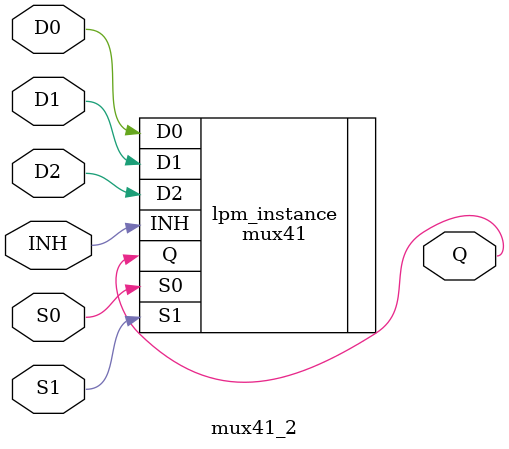
<source format=v>



module mux41_2(S0,D2,S1,D0,INH,D1,Q);
input S0;
input D2;
input S1;
input D0;
input INH;
input D1;
output Q;

mux41	lpm_instance(.S0(S0),.D2(D2),.S1(S1),.D0(D0),.INH(INH),.D1(D1),.Q(Q));

endmodule

</source>
